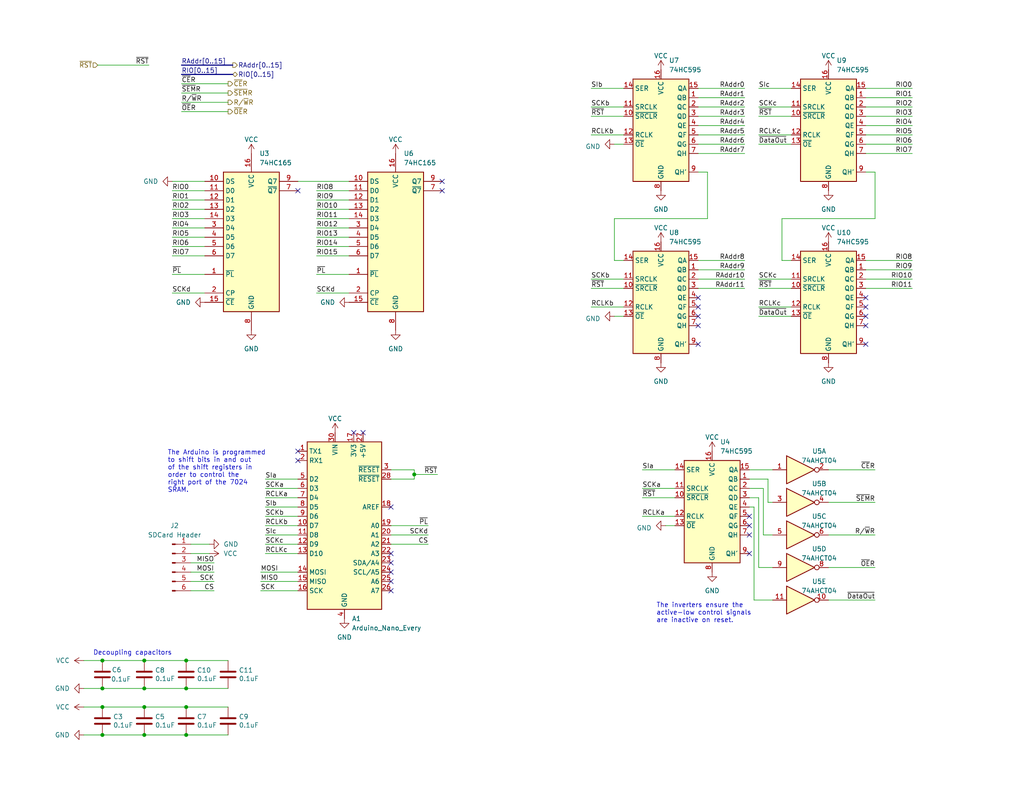
<source format=kicad_sch>
(kicad_sch (version 20250114) (generator "eeschema") (generator_version "9.0")
  (paper "USLetter")
  (title_block (title "Turtle16: Arduino Interface") (date "2023-11-27") (rev "A") (comment 3 "memory. The Arduino interfaces with the RAM through a series of shift registers.") (comment 4 "The Arduino on the main board can communicate with the processor through shared"))
  (lib_symbols
    (symbol "Connector:Conn_01x06_Pin" (pin_names (offset 1.016) (hide yes))
      (property "Reference" "J" (at 0 7.62 0))
      (property "Value" "Conn_01x06_Pin" (at 0 -10.16 0))
      (symbol "Conn_01x06_Pin_1_1"
        (rectangle (start 0.8636 5.207) (end 0 4.953) (stroke (width 0.1524)) (fill (type outline)))
        (rectangle (start 0.8636 2.667) (end 0 2.413) (stroke (width 0.1524)) (fill (type outline)))
        (rectangle (start 0.8636 0.127) (end 0 -0.127) (stroke (width 0.1524)) (fill (type outline)))
        (rectangle (start 0.8636 -2.413) (end 0 -2.667) (stroke (width 0.1524)) (fill (type outline)))
        (rectangle (start 0.8636 -4.953) (end 0 -5.207) (stroke (width 0.1524)) (fill (type outline)))
        (rectangle (start 0.8636 -7.493) (end 0 -7.747) (stroke (width 0.1524)) (fill (type outline)))
        (polyline (pts (xy 1.27 5.08) (xy 0.8636 5.08)) (stroke (width 0.1524)))
        (polyline (pts (xy 1.27 2.54) (xy 0.8636 2.54)) (stroke (width 0.1524)))
        (polyline (pts (xy 1.27 0) (xy 0.8636 0)) (stroke (width 0.1524)))
        (polyline (pts (xy 1.27 -2.54) (xy 0.8636 -2.54)) (stroke (width 0.1524)))
        (polyline (pts (xy 1.27 -5.08) (xy 0.8636 -5.08)) (stroke (width 0.1524)))
        (polyline (pts (xy 1.27 -7.62) (xy 0.8636 -7.62)) (stroke (width 0.1524)))
        (pin passive line (at 5.08 5.08 180) (length 3.81) (name "Pin_1") (number "1"))
        (pin passive line (at 5.08 2.54 180) (length 3.81) (name "Pin_2") (number "2"))
        (pin passive line (at 5.08 0 180) (length 3.81) (name "Pin_3") (number "3"))
        (pin passive line (at 5.08 -2.54 180) (length 3.81) (name "Pin_4") (number "4"))
        (pin passive line (at 5.08 -5.08 180) (length 3.81) (name "Pin_5") (number "5"))
        (pin passive line (at 5.08 -7.62 180) (length 3.81) (name "Pin_6") (number "6"))
      )
    )
    (symbol "Device:C" (pin_numbers (hide yes)) (pin_names (offset 0.254))
      (property "Reference" "C" (at 0.635 2.54 0))
      (property "Value" "C" (at 0.635 -2.54 0))
      (symbol "C_0_1"
        (polyline (pts (xy -2.032 0.762) (xy 2.032 0.762)) (stroke (width 0.508)))
        (polyline (pts (xy -2.032 -0.762) (xy 2.032 -0.762)) (stroke (width 0.508)))
      )
      (symbol "C_1_1"
        (pin passive line (at 0 3.81 270) (length 2.794) (name "~") (number "1"))
        (pin passive line (at 0 -3.81 90) (length 2.794) (name "~") (number "2"))
      )
    )
    (symbol "MCU_Module:Arduino_Nano_Every"
      (property "Reference" "A" (at -10.16 23.495 0))
      (property "Value" "Arduino_Nano_Every" (at 5.08 -24.13 0))
      (symbol "Arduino_Nano_Every_0_1"
        (rectangle (start -10.16 22.86) (end 10.16 -22.86) (stroke (width 0.254)) (fill (type background)))
      )
      (symbol "Arduino_Nano_Every_1_1"
        (pin bidirectional line (at -12.7 20.32 0) (length 2.54) (name "TX1") (number "1"))
        (pin bidirectional line (at -12.7 17.78 0) (length 2.54) (name "RX1") (number "2"))
        (pin bidirectional line (at -12.7 12.7 0) (length 2.54) (name "D2") (number "5"))
        (pin bidirectional line (at -12.7 10.16 0) (length 2.54) (name "D3") (number "6"))
        (pin bidirectional line (at -12.7 7.62 0) (length 2.54) (name "D4") (number "7"))
        (pin bidirectional line (at -12.7 5.08 0) (length 2.54) (name "D5") (number "8"))
        (pin bidirectional line (at -12.7 2.54 0) (length 2.54) (name "D6") (number "9"))
        (pin bidirectional line (at -12.7 0 0) (length 2.54) (name "D7") (number "10"))
        (pin bidirectional line (at -12.7 -2.54 0) (length 2.54) (name "D8") (number "11"))
        (pin bidirectional line (at -12.7 -5.08 0) (length 2.54) (name "D9") (number "12"))
        (pin bidirectional line (at -12.7 -7.62 0) (length 2.54) (name "D10") (number "13"))
        (pin bidirectional line (at -12.7 -12.7 0) (length 2.54) (name "MOSI") (number "14"))
        (pin bidirectional line (at -12.7 -15.24 0) (length 2.54) (name "MISO") (number "15"))
        (pin bidirectional line (at -12.7 -17.78 0) (length 2.54) (name "SCK") (number "16"))
        (pin power_in line (at -2.54 25.4 270) (length 2.54) (name "VIN") (number "30"))
        (pin passive line (at 0 -25.4 90) (length 2.54) (hide yes) (name "GND") (number "29"))
        (pin power_in line (at 0 -25.4 90) (length 2.54) (name "GND") (number "4"))
        (pin power_out line (at 2.54 25.4 270) (length 2.54) (name "3V3") (number "17"))
        (pin power_out line (at 5.08 25.4 270) (length 2.54) (name "+5V") (number "27"))
        (pin input line (at 12.7 15.24 180) (length 2.54) (name "~{RESET}") (number "3"))
        (pin input line (at 12.7 12.7 180) (length 2.54) (name "~{RESET}") (number "28"))
        (pin input line (at 12.7 5.08 180) (length 2.54) (name "AREF") (number "18"))
        (pin bidirectional line (at 12.7 0 180) (length 2.54) (name "A0") (number "19"))
        (pin bidirectional line (at 12.7 -2.54 180) (length 2.54) (name "A1") (number "20"))
        (pin bidirectional line (at 12.7 -5.08 180) (length 2.54) (name "A2") (number "21"))
        (pin bidirectional line (at 12.7 -7.62 180) (length 2.54) (name "A3") (number "22"))
        (pin bidirectional line (at 12.7 -10.16 180) (length 2.54) (name "SDA/A4") (number "23"))
        (pin bidirectional line (at 12.7 -12.7 180) (length 2.54) (name "SCL/A5") (number "24"))
        (pin bidirectional line (at 12.7 -15.24 180) (length 2.54) (name "A6") (number "25"))
        (pin bidirectional line (at 12.7 -17.78 180) (length 2.54) (name "A7") (number "26"))
      )
    )
    (symbol "Turtle16:74AHCT04"
      (property "Reference" "U" (at 0 1.27 0))
      (property "Value" "74AHCT04" (at 0 -1.27 0))
      (symbol "74AHCT04_1_0"
        (polyline (pts (xy -3.81 3.81) (xy -3.81 -3.81) (xy 3.81 0) (xy -3.81 3.81)) (stroke (width 0.254)) (fill (type background)))
        (pin input line (at -7.62 0 0) (length 3.81) (name "~") (number "1"))
        (pin output inverted (at 7.62 0 180) (length 3.81) (name "~") (number "2"))
      )
      (symbol "74AHCT04_2_0"
        (polyline (pts (xy -3.81 3.81) (xy -3.81 -3.81) (xy 3.81 0) (xy -3.81 3.81)) (stroke (width 0.254)) (fill (type background)))
        (pin input line (at -7.62 0 0) (length 3.81) (name "~") (number "3"))
        (pin output inverted (at 7.62 0 180) (length 3.81) (name "~") (number "4"))
      )
      (symbol "74AHCT04_3_0"
        (polyline (pts (xy -3.81 3.81) (xy -3.81 -3.81) (xy 3.81 0) (xy -3.81 3.81)) (stroke (width 0.254)) (fill (type background)))
        (pin input line (at -7.62 0 0) (length 3.81) (name "~") (number "5"))
        (pin output inverted (at 7.62 0 180) (length 3.81) (name "~") (number "6"))
      )
      (symbol "74AHCT04_4_0"
        (polyline (pts (xy -3.81 3.81) (xy -3.81 -3.81) (xy 3.81 0) (xy -3.81 3.81)) (stroke (width 0.254)) (fill (type background)))
        (pin input line (at -7.62 0 0) (length 3.81) (name "~") (number "9"))
        (pin output inverted (at 7.62 0 180) (length 3.81) (name "~") (number "8"))
      )
      (symbol "74AHCT04_5_0"
        (polyline (pts (xy -3.81 3.81) (xy -3.81 -3.81) (xy 3.81 0) (xy -3.81 3.81)) (stroke (width 0.254)) (fill (type background)))
        (pin input line (at -7.62 0 0) (length 3.81) (name "~") (number "11"))
        (pin output inverted (at 7.62 0 180) (length 3.81) (name "~") (number "10"))
      )
      (symbol "74AHCT04_6_0"
        (polyline (pts (xy -3.81 3.81) (xy -3.81 -3.81) (xy 3.81 0) (xy -3.81 3.81)) (stroke (width 0.254)) (fill (type background)))
        (pin input line (at -7.62 0 0) (length 3.81) (name "~") (number "13"))
        (pin output inverted (at 7.62 0 180) (length 3.81) (name "~") (number "12"))
      )
      (symbol "74AHCT04_7_0"
        (pin power_in line (at 0 12.7 270) (length 5.08) (name "VCC") (number "14"))
        (pin power_in line (at 0 -12.7 90) (length 5.08) (name "GND") (number "7"))
      )
      (symbol "74AHCT04_7_1"
        (rectangle (start -5.08 7.62) (end 5.08 -7.62) (stroke (width 0.254)) (fill (type background)))
      )
    )
    (symbol "Turtle16:74HC165"
      (symbol "74HC165_1_0"
        (pin input line (at -12.7 15.24 0) (length 5.08) (name "DS") (number "10"))
        (pin input line (at -12.7 12.7 0) (length 5.08) (name "D0") (number "11"))
        (pin input line (at -12.7 10.16 0) (length 5.08) (name "D1") (number "12"))
        (pin input line (at -12.7 7.62 0) (length 5.08) (name "D2") (number "13"))
        (pin input line (at -12.7 5.08 0) (length 5.08) (name "D3") (number "14"))
        (pin input line (at -12.7 2.54 0) (length 5.08) (name "D4") (number "3"))
        (pin input line (at -12.7 0 0) (length 5.08) (name "D5") (number "4"))
        (pin input line (at -12.7 -2.54 0) (length 5.08) (name "D6") (number "5"))
        (pin input line (at -12.7 -5.08 0) (length 5.08) (name "D7") (number "6"))
        (pin input line (at -12.7 -10.16 0) (length 5.08) (name "~{PL}") (number "1"))
        (pin input line (at -12.7 -15.24 0) (length 5.08) (name "CP") (number "2"))
        (pin input line (at -12.7 -17.78 0) (length 5.08) (name "~{CE}") (number "15"))
        (pin power_in line (at 0 22.86 270) (length 5.08) (name "VCC") (number "16"))
        (pin power_in line (at 0 -25.4 90) (length 5.08) (name "GND") (number "8"))
        (pin output line (at 12.7 15.24 180) (length 5.08) (name "Q7") (number "9"))
        (pin output line (at 12.7 12.7 180) (length 5.08) (name "~{Q7}") (number "7"))
      )
      (symbol "74HC165_1_1"
        (rectangle (start -7.62 17.78) (end 7.62 -20.32) (stroke (width 0.254)) (fill (type background)))
      )
    )
    (symbol "Turtle16:74HC595"
      (property "Reference" "U" (at -7.62 13.97 0))
      (property "Value" "74HC595" (at -7.62 -16.51 0))
      (symbol "74HC595_1_0"
        (pin input line (at -10.16 10.16 0) (length 2.54) (name "SER") (number "14"))
        (pin input line (at -10.16 5.08 0) (length 2.54) (name "SRCLK") (number "11"))
        (pin input line (at -10.16 2.54 0) (length 2.54) (name "~{SRCLR}") (number "10"))
        (pin input line (at -10.16 -2.54 0) (length 2.54) (name "RCLK") (number "12"))
        (pin input line (at -10.16 -5.08 0) (length 2.54) (name "~{OE}") (number "13"))
        (pin power_in line (at 0 15.24 270) (length 2.54) (name "VCC") (number "16"))
        (pin power_in line (at 0 -17.78 90) (length 2.54) (name "GND") (number "8"))
        (pin tri_state line (at 10.16 10.16 180) (length 2.54) (name "QA") (number "15"))
        (pin tri_state line (at 10.16 7.62 180) (length 2.54) (name "QB") (number "1"))
        (pin tri_state line (at 10.16 5.08 180) (length 2.54) (name "QC") (number "2"))
        (pin tri_state line (at 10.16 2.54 180) (length 2.54) (name "QD") (number "3"))
        (pin tri_state line (at 10.16 0 180) (length 2.54) (name "QE") (number "4"))
        (pin tri_state line (at 10.16 -2.54 180) (length 2.54) (name "QF") (number "5"))
        (pin tri_state line (at 10.16 -5.08 180) (length 2.54) (name "QG") (number "6"))
        (pin tri_state line (at 10.16 -7.62 180) (length 2.54) (name "QH") (number "7"))
        (pin output line (at 10.16 -12.7 180) (length 2.54) (name "QH'") (number "9"))
      )
      (symbol "74HC595_1_1"
        (rectangle (start -7.62 12.7) (end 7.62 -15.24) (stroke (width 0.254)) (fill (type background)))
      )
    )
    (symbol "power:GND" (power) (pin_names (offset 0))
      (property "Value" "GND" (at 0 -3.81 0))
      (symbol "GND_0_1"
        (polyline (pts (xy 0 0) (xy 0 -1.27) (xy 1.27 -1.27) (xy 0 -2.54) (xy -1.27 -1.27) (xy 0 -1.27)))
      )
      (symbol "GND_1_1"
        (pin power_in line (at 0 0 270) (length 0) (hide yes) (name "GND") (number "1"))
      )
    )
    (symbol "power:VCC" (power) (pin_names (offset 0))
      (property "Value" "VCC" (at 0 3.81 0))
      (symbol "VCC_0_1"
        (polyline (pts (xy -0.762 1.27) (xy 0 2.54)))
        (polyline (pts (xy 0 2.54) (xy 0.762 1.27)))
        (polyline (pts (xy 0 0) (xy 0 2.54)))
      )
      (symbol "VCC_1_1"
        (pin power_in line (at 0 0 90) (length 0) (hide yes) (name "VCC") (number "1"))
      )
    )
  )
  (text "Decoupling capacitors" (at 25.4 179.07 0) (effects (font (size 1.27 1.27)) (justify left bottom)))
  (text "The Arduino is programmed\nto shift bits in and out\nof the shift registers in\norder to control the\nright port of the 7024\nSRAM." (at 45.72 134.62 0) (effects (font (size 1.27 1.27)) (justify left bottom)))
  (text "The inverters ensure the\nactive-low control signals\nare inactive on reset." (at 179.07 170.18 0) (effects (font (size 1.27 1.27)) (justify left bottom)))
  (junction (at 39.37 193.04))
  (junction (at 50.8 200.66))
  (junction (at 27.94 200.66))
  (junction (at 50.8 187.96))
  (junction (at 50.8 193.04))
  (junction (at 113.03 129.54))
  (junction (at 27.94 193.04))
  (junction (at 39.37 180.34))
  (junction (at 27.94 187.96))
  (junction (at 290.83 96.52))
  (junction (at 39.37 200.66))
  (junction (at 27.94 180.34))
  (junction (at 39.37 187.96))
  (junction (at 50.8 180.34))
  (no_connect (at 236.22 88.9))
  (no_connect (at 204.47 146.05))
  (no_connect (at 236.22 93.98))
  (no_connect (at 120.65 52.07))
  (no_connect (at 190.5 83.82))
  (no_connect (at 190.5 88.9))
  (no_connect (at 96.52 118.11))
  (no_connect (at 106.68 153.67))
  (no_connect (at 204.47 140.97))
  (no_connect (at 120.65 49.53))
  (no_connect (at 81.28 123.19))
  (no_connect (at 81.28 125.73))
  (no_connect (at 236.22 81.28))
  (no_connect (at 99.06 118.11))
  (no_connect (at 190.5 86.36))
  (no_connect (at 106.68 158.75))
  (no_connect (at 204.47 143.51))
  (no_connect (at 106.68 156.21))
  (no_connect (at 190.5 81.28))
  (no_connect (at 236.22 83.82))
  (no_connect (at 236.22 86.36))
  (no_connect (at 106.68 161.29))
  (no_connect (at 307.34 96.52))
  (no_connect (at 106.68 138.43))
  (no_connect (at 81.28 52.07))
  (no_connect (at 204.47 151.13))
  (no_connect (at 106.68 151.13))
  (no_connect (at 190.5 93.98))
  (wire (pts (xy 170.18 24.13) (xy 161.29 24.13)))
  (wire (pts (xy 27.94 180.34) (xy 39.37 180.34)))
  (wire (pts (xy 52.07 151.13) (xy 57.15 151.13)))
  (wire (pts (xy 81.28 130.81) (xy 72.39 130.81)))
  (wire (pts (xy 22.86 200.66) (xy 27.94 200.66)))
  (wire (pts (xy 81.28 146.05) (xy 72.39 146.05)))
  (wire (pts (xy 181.61 143.51) (xy 184.15 143.51)))
  (wire (pts (xy 190.5 46.99) (xy 193.04 46.99)))
  (wire (pts (xy 290.83 85.09) (xy 290.83 96.52)))
  (wire (pts (xy 208.28 146.05) (xy 210.82 146.05)))
  (wire (pts (xy 209.55 130.81) (xy 209.55 137.16)))
  (wire (pts (xy 46.99 59.69) (xy 55.88 59.69)))
  (wire (pts (xy 52.07 148.59) (xy 57.15 148.59)))
  (wire (pts (xy 209.55 137.16) (xy 210.82 137.16)))
  (wire (pts (xy 167.64 71.12) (xy 170.18 71.12)))
  (wire (pts (xy 248.92 41.91) (xy 236.22 41.91)))
  (wire (pts (xy 204.47 130.81) (xy 209.55 130.81)))
  (wire (pts (xy 238.76 137.16) (xy 226.06 137.16)))
  (wire (pts (xy 22.86 180.34) (xy 27.94 180.34)))
  (wire (pts (xy 81.28 151.13) (xy 72.39 151.13)))
  (wire (pts (xy 55.88 80.01) (xy 46.99 80.01)))
  (wire (pts (xy 46.99 52.07) (xy 55.88 52.07)))
  (wire (pts (xy 290.83 96.52) (xy 290.83 102.87)))
  (wire (pts (xy 203.2 73.66) (xy 190.5 73.66)))
  (wire (pts (xy 170.18 29.21) (xy 161.29 29.21)))
  (wire (pts (xy 204.47 135.89) (xy 207.01 135.89)))
  (wire (pts (xy 204.47 138.43) (xy 205.74 138.43)))
  (wire (pts (xy 204.47 128.27) (xy 210.82 128.27)))
  (wire (pts (xy 203.2 71.12) (xy 190.5 71.12)))
  (wire (pts (xy 86.36 57.15) (xy 95.25 57.15)))
  (wire (pts (xy 170.18 78.74) (xy 161.29 78.74)))
  (wire (pts (xy 50.8 200.66) (xy 62.23 200.66)))
  (wire (pts (xy 208.28 133.35) (xy 208.28 146.05)))
  (wire (pts (xy 86.36 69.85) (xy 95.25 69.85)))
  (wire (pts (xy 203.2 26.67) (xy 190.5 26.67)))
  (wire (pts (xy 46.99 49.53) (xy 55.88 49.53)))
  (wire (pts (xy 113.03 129.54) (xy 113.03 128.27)))
  (wire (pts (xy 86.36 62.23) (xy 95.25 62.23)))
  (wire (pts (xy 238.76 146.05) (xy 226.06 146.05)))
  (wire (pts (xy 203.2 24.13) (xy 190.5 24.13)))
  (wire (pts (xy 81.28 138.43) (xy 72.39 138.43)))
  (wire (pts (xy 238.76 163.83) (xy 226.06 163.83)))
  (wire (pts (xy 207.01 39.37) (xy 215.9 39.37)))
  (wire (pts (xy 39.37 193.04) (xy 50.8 193.04)))
  (wire (pts (xy 81.28 148.59) (xy 72.39 148.59)))
  (wire (pts (xy 203.2 31.75) (xy 190.5 31.75)))
  (wire (pts (xy 40.64 17.78) (xy 26.67 17.78)))
  (wire (pts (xy 213.36 71.12) (xy 215.9 71.12)))
  (wire (pts (xy 248.92 73.66) (xy 236.22 73.66)))
  (wire (pts (xy 46.99 64.77) (xy 55.88 64.77)))
  (wire (pts (xy 167.64 39.37) (xy 170.18 39.37)))
  (wire (pts (xy 215.9 31.75) (xy 207.01 31.75)))
  (wire (pts (xy 248.92 26.67) (xy 236.22 26.67)))
  (wire (pts (xy 215.9 29.21) (xy 207.01 29.21)))
  (wire (pts (xy 205.74 138.43) (xy 205.74 163.83)))
  (wire (pts (xy 215.9 36.83) (xy 207.01 36.83)))
  (wire (pts (xy 46.99 69.85) (xy 55.88 69.85)))
  (wire (pts (xy 248.92 76.2) (xy 236.22 76.2)))
  (wire (pts (xy 81.28 133.35) (xy 72.39 133.35)))
  (wire (pts (xy 248.92 31.75) (xy 236.22 31.75)))
  (wire (pts (xy 39.37 180.34) (xy 50.8 180.34)))
  (wire (pts (xy 184.15 140.97) (xy 175.26 140.97)))
  (wire (pts (xy 50.8 180.34) (xy 62.23 180.34)))
  (wire (pts (xy 49.53 27.94) (xy 62.23 27.94)))
  (wire (pts (xy 170.18 36.83) (xy 161.29 36.83)))
  (wire (pts (xy 215.9 24.13) (xy 207.01 24.13)))
  (wire (pts (xy 106.68 128.27) (xy 113.03 128.27)))
  (wire (pts (xy 95.25 80.01) (xy 86.36 80.01)))
  (wire (pts (xy 81.28 135.89) (xy 72.39 135.89)))
  (wire (pts (xy 203.2 78.74) (xy 190.5 78.74)))
  (wire (pts (xy 50.8 193.04) (xy 62.23 193.04)))
  (wire (pts (xy 203.2 41.91) (xy 190.5 41.91)))
  (wire (pts (xy 238.76 154.94) (xy 226.06 154.94)))
  (wire (pts (xy 86.36 59.69) (xy 95.25 59.69)))
  (wire (pts (xy 86.36 52.07) (xy 95.25 52.07)))
  (wire (pts (xy 248.92 24.13) (xy 236.22 24.13)))
  (wire (pts (xy 49.53 30.48) (xy 62.23 30.48)))
  (wire (pts (xy 49.53 22.86) (xy 62.23 22.86)))
  (wire (pts (xy 52.07 153.67) (xy 58.42 153.67)))
  (wire (pts (xy 46.99 57.15) (xy 55.88 57.15)))
  (wire (pts (xy 86.36 64.77) (xy 95.25 64.77)))
  (wire (pts (xy 39.37 187.96) (xy 50.8 187.96)))
  (wire (pts (xy 27.94 193.04) (xy 39.37 193.04)))
  (wire (pts (xy 184.15 135.89) (xy 175.26 135.89)))
  (wire (pts (xy 184.15 133.35) (xy 175.26 133.35)))
  (wire (pts (xy 52.07 158.75) (xy 58.42 158.75)))
  (wire (pts (xy 207.01 154.94) (xy 210.82 154.94)))
  (wire (pts (xy 113.03 129.54) (xy 119.38 129.54)))
  (wire (pts (xy 215.9 83.82) (xy 207.01 83.82)))
  (wire (pts (xy 39.37 200.66) (xy 50.8 200.66)))
  (wire (pts (xy 203.2 76.2) (xy 190.5 76.2)))
  (wire (pts (xy 113.03 130.81) (xy 113.03 129.54)))
  (wire (pts (xy 207.01 135.89) (xy 207.01 154.94)))
  (wire (pts (xy 46.99 54.61) (xy 55.88 54.61)))
  (wire (pts (xy 215.9 76.2) (xy 207.01 76.2)))
  (wire (pts (xy 27.94 187.96) (xy 39.37 187.96)))
  (wire (pts (xy 238.76 46.99) (xy 238.76 59.69)))
  (wire (pts (xy 95.25 74.93) (xy 86.36 74.93)))
  (wire (pts (xy 22.86 187.96) (xy 27.94 187.96)))
  (wire (pts (xy 167.64 59.69) (xy 167.64 71.12)))
  (wire (pts (xy 248.92 78.74) (xy 236.22 78.74)))
  (wire (pts (xy 203.2 34.29) (xy 190.5 34.29)))
  (bus (pts (xy 49.53 20.32) (xy 63.5 20.32)))
  (wire (pts (xy 170.18 31.75) (xy 161.29 31.75)))
  (wire (pts (xy 81.28 49.53) (xy 95.25 49.53)))
  (wire (pts (xy 248.92 39.37) (xy 236.22 39.37)))
  (wire (pts (xy 238.76 128.27) (xy 226.06 128.27)))
  (wire (pts (xy 170.18 76.2) (xy 161.29 76.2)))
  (wire (pts (xy 86.36 54.61) (xy 95.25 54.61)))
  (wire (pts (xy 170.18 83.82) (xy 161.29 83.82)))
  (wire (pts (xy 248.92 29.21) (xy 236.22 29.21)))
  (wire (pts (xy 167.64 59.69) (xy 193.04 59.69)))
  (bus (pts (xy 49.53 17.78) (xy 63.5 17.78)))
  (wire (pts (xy 116.84 148.59) (xy 106.68 148.59)))
  (wire (pts (xy 22.86 193.04) (xy 27.94 193.04)))
  (wire (pts (xy 50.8 187.96) (xy 62.23 187.96)))
  (wire (pts (xy 46.99 62.23) (xy 55.88 62.23)))
  (wire (pts (xy 106.68 143.51) (xy 116.84 143.51)))
  (wire (pts (xy 86.36 67.31) (xy 95.25 67.31)))
  (wire (pts (xy 248.92 71.12) (xy 236.22 71.12)))
  (wire (pts (xy 213.36 59.69) (xy 238.76 59.69)))
  (wire (pts (xy 248.92 36.83) (xy 236.22 36.83)))
  (wire (pts (xy 215.9 78.74) (xy 207.01 78.74)))
  (wire (pts (xy 203.2 39.37) (xy 190.5 39.37)))
  (wire (pts (xy 52.07 156.21) (xy 58.42 156.21)))
  (wire (pts (xy 106.68 146.05) (xy 116.84 146.05)))
  (wire (pts (xy 184.15 128.27) (xy 175.26 128.27)))
  (wire (pts (xy 248.92 34.29) (xy 236.22 34.29)))
  (wire (pts (xy 106.68 130.81) (xy 113.03 130.81)))
  (wire (pts (xy 290.83 96.52) (xy 292.1 96.52)))
  (wire (pts (xy 49.53 25.4) (xy 62.23 25.4)))
  (wire (pts (xy 205.74 163.83) (xy 210.82 163.83)))
  (wire (pts (xy 236.22 46.99) (xy 238.76 46.99)))
  (wire (pts (xy 52.07 161.29) (xy 58.42 161.29)))
  (wire (pts (xy 193.04 46.99) (xy 193.04 59.69)))
  (wire (pts (xy 81.28 140.97) (xy 72.39 140.97)))
  (wire (pts (xy 27.94 200.66) (xy 39.37 200.66)))
  (wire (pts (xy 203.2 29.21) (xy 190.5 29.21)))
  (wire (pts (xy 167.64 86.36) (xy 170.18 86.36)))
  (wire (pts (xy 207.01 86.36) (xy 215.9 86.36)))
  (wire (pts (xy 213.36 59.69) (xy 213.36 71.12)))
  (wire (pts (xy 204.47 133.35) (xy 208.28 133.35)))
  (wire (pts (xy 71.12 161.29) (xy 81.28 161.29)))
  (wire (pts (xy 203.2 36.83) (xy 190.5 36.83)))
  (wire (pts (xy 71.12 158.75) (xy 81.28 158.75)))
  (wire (pts (xy 71.12 156.21) (xy 81.28 156.21)))
  (wire (pts (xy 46.99 67.31) (xy 55.88 67.31)))
  (wire (pts (xy 81.28 143.51) (xy 72.39 143.51)))
  (wire (pts (xy 55.88 74.93) (xy 46.99 74.93)))
  (label "SIa" (at 72.39 130.81 0))
  (label "RAddr7" (at 203.2 41.91 180))
  (label "SCKb" (at 161.29 29.21 0))
  (label "RIO9" (at 86.36 54.61 0))
  (label "RIO10" (at 248.92 76.2 180))
  (label "RCLKb" (at 72.39 143.51 0))
  (label "RAddr3" (at 203.2 31.75 180))
  (label "RIO7" (at 46.99 69.85 0))
  (label "RCLKb" (at 161.29 83.82 0))
  (label "SCKa" (at 175.26 133.35 0))
  (label "~{RST}" (at 207.01 78.74 0))
  (label "RCLKa" (at 175.26 140.97 0))
  (label "RAddr9" (at 203.2 73.66 180))
  (label "RAddr8" (at 203.2 71.12 180))
  (label "SCKb" (at 72.39 140.97 0))
  (label "RIO4" (at 248.92 34.29 180))
  (label "CS" (at 58.42 161.29 180))
  (label "RAddr6" (at 203.2 39.37 180))
  (label "~{OE}R" (at 49.53 30.48 0))
  (label "SCK" (at 71.12 161.29 0))
  (label "RAddr0" (at 203.2 24.13 180))
  (label "SCKc" (at 207.01 76.2 0))
  (label "MOSI" (at 71.12 156.21 0))
  (label "RCLKc" (at 72.39 151.13 0))
  (label "RAddr11" (at 203.2 78.74 180))
  (label "RIO5" (at 46.99 64.77 0))
  (label "RCLKc" (at 207.01 83.82 0))
  (label "RIO8" (at 248.92 71.12 180))
  (label "~{DataOut}" (at 207.01 39.37 0))
  (label "SCK" (at 58.42 158.75 180))
  (label "~{SEM}R" (at 49.53 25.4 0))
  (label "RIO0" (at 46.99 52.07 0))
  (label "CS" (at 116.84 148.59 180))
  (label "SIa" (at 175.26 128.27 0))
  (label "~{RST}" (at 161.29 78.74 0))
  (label "SCKd" (at 116.84 146.05 180))
  (label "SCKd" (at 46.99 80.01 0))
  (label "RAddr4" (at 203.2 34.29 180))
  (label "RCLKb" (at 161.29 36.83 0))
  (label "RAddr5" (at 203.2 36.83 180))
  (label "RIO11" (at 86.36 59.69 0))
  (label "RIO11" (at 248.92 78.74 180))
  (label "RIO7" (at 248.92 41.91 180))
  (label "RCLKc" (at 207.01 36.83 0))
  (label "RIO1" (at 248.92 26.67 180))
  (label "MISO" (at 71.12 158.75 0))
  (label "RIO6" (at 248.92 39.37 180))
  (label "RIO8" (at 86.36 52.07 0))
  (label "RIO12" (at 86.36 62.23 0))
  (label "RIO14" (at 86.36 67.31 0))
  (label "SCKc" (at 207.01 29.21 0))
  (label "~{RST}" (at 119.38 129.54 180))
  (label "~{CE}R" (at 49.53 22.86 0))
  (label "RIO9" (at 248.92 73.66 180))
  (label "R{slash}~{W}R" (at 49.53 27.94 0))
  (label "SIb" (at 161.29 24.13 0))
  (label "RCLKa" (at 72.39 135.89 0))
  (label "RIO13" (at 86.36 64.77 0))
  (label "RAddr[0..15]" (at 49.53 17.78 0))
  (label "~{CE}R" (at 238.76 128.27 180))
  (label "SIc" (at 72.39 146.05 0))
  (label "SIc" (at 207.01 24.13 0))
  (label "~{DataOut}" (at 207.01 86.36 0))
  (label "RIO[0..15]" (at 49.53 20.32 0))
  (label "~{SEM}R" (at 238.76 137.16 180))
  (label "~{RST}" (at 40.64 17.78 180))
  (label "~{RST}" (at 161.29 31.75 0))
  (label "R{slash}~{W}R" (at 238.76 146.05 180))
  (label "RIO2" (at 248.92 29.21 180))
  (label "RIO1" (at 46.99 54.61 0))
  (label "RIO0" (at 248.92 24.13 180))
  (label "RAddr10" (at 203.2 76.2 180))
  (label "SCKc" (at 72.39 148.59 0))
  (label "~{PL}" (at 46.99 74.93 0))
  (label "~{DataOut}" (at 238.76 163.83 180))
  (label "RIO4" (at 46.99 62.23 0))
  (label "MOSI" (at 58.42 156.21 180))
  (label "SCKb" (at 161.29 76.2 0))
  (label "RIO3" (at 248.92 31.75 180))
  (label "~{RST}" (at 207.01 31.75 0))
  (label "SCKd" (at 86.36 80.01 0))
  (label "SIb" (at 72.39 138.43 0))
  (label "RAddr2" (at 203.2 29.21 180))
  (label "~{PL}" (at 116.84 143.51 180))
  (label "~{OE}R" (at 238.76 154.94 180))
  (label "RIO5" (at 248.92 36.83 180))
  (label "RIO6" (at 46.99 67.31 0))
  (label "RIO2" (at 46.99 57.15 0))
  (label "RAddr1" (at 203.2 26.67 180))
  (label "SCKa" (at 72.39 133.35 0))
  (label "RIO15" (at 86.36 69.85 0))
  (label "~{RST}" (at 175.26 135.89 0))
  (label "MISO" (at 58.42 153.67 180))
  (label "~{PL}" (at 86.36 74.93 0))
  (label "RIO10" (at 86.36 57.15 0))
  (label "RIO3" (at 46.99 59.69 0))
  (hierarchical_label "~{OE}R" (shape output) (at 62.23 30.48 0))
  (hierarchical_label "R{slash}~{W}R" (shape output) (at 62.23 27.94 0))
  (hierarchical_label "RAddr[0..15]" (shape output) (at 63.5 17.78 0))
  (hierarchical_label "RIO[0..15]" (shape tri_state) (at 63.5 20.32 0))
  (hierarchical_label "~{CE}R" (shape output) (at 62.23 22.86 0))
  (hierarchical_label "~{RST}" (shape input) (at 26.67 17.78 180))
  (hierarchical_label "~{SEM}R" (shape output) (at 62.23 25.4 0))
  (symbol (lib_id "Turtle16:74HC595") (at 180.34 34.29 0) (unit 1)
    (property "Reference" "U7" (at 182.5341 16.51 0) (effects (justify left)))
    (property "Value" "74HC595" (at 182.5341 19.05 0) (effects (justify left)))
    (property "Footprint" "Package_SO:TSSOP-16_4.4x5mm_P0.65mm" (effects (hide yes)))
    (property "Datasheet" "https://www.mouser.com/datasheet/2/916/74HC_HCT595_Q100-2937391.pdf" (effects (hide yes)))
    (property "Manufacturer" "Nexperia" (effects (hide yes)))
    (property "Manufacturer#" "74HC595PW-Q100,118" (effects (hide yes)))
    (property "Mouser#" "771-74HC595PW-Q100" (effects (hide yes)))
    (property "Digikey#" "1727-1012-1-ND" (effects (hide yes)))
  )
  (symbol (lib_id "Turtle16:74HC595") (at 226.06 81.28 0) (unit 1)
    (property "Reference" "U10" (at 228.2541 63.5 0) (effects (justify left)))
    (property "Value" "74HC595" (at 228.2541 66.04 0) (effects (justify left)))
    (property "Footprint" "Package_SO:TSSOP-16_4.4x5mm_P0.65mm" (effects (hide yes)))
    (property "Datasheet" "https://www.mouser.com/datasheet/2/916/74HC_HCT595_Q100-2937391.pdf" (effects (hide yes)))
    (property "Manufacturer" "Nexperia" (effects (hide yes)))
    (property "Manufacturer#" "74HC595PW-Q100,118" (effects (hide yes)))
    (property "Mouser#" "771-74HC595PW-Q100" (effects (hide yes)))
    (property "Digikey#" "1727-1012-1-ND" (effects (hide yes)))
  )
  (symbol (lib_id "power:GND") (at 181.61 143.51 270) (unit 1)
    (property "Reference" "#PWR022" (effects (hide yes)))
    (property "Value" "GND" (at 177.8 144.145 90) (effects (justify right)))
  )
  (symbol (lib_id "Device:C") (at 27.94 184.15 0) (unit 1)
    (property "Reference" "C6" (at 30.48 182.88 0) (effects (justify left)))
    (property "Value" "0.1uF" (at 33.02 185.42 0))
    (property "Footprint" "Capacitor_SMD:C_0603_1608Metric" (effects (hide yes)))
    (property "Datasheet" "https://www.mouser.com/datasheet/2/396/taiyo_yuden_12132018_mlcc11_hq_e-1510082.pdf" (effects (hide yes)))
    (property "Manufacturer" "Taiyo Yuden" (effects (hide yes)))
    (property "Manufacturer#" "EMK107B7104KAHT" (effects (hide yes)))
    (property "Mouser#" "963-EMK107B7104KAHT" (effects (hide yes)))
    (property "Digikey#" "587-6004-1-ND" (effects (hide yes)))
    (instances (project "MainBoard" (path "" (reference "C6") (unit 1))) (project "Memory" (path "" (reference "C65") (unit 1))))
  )
  (symbol (lib_id "Turtle16:74AHCT04") (at 218.44 128.27 0) (unit 1)
    (property "Reference" "U5" (at 223.52 123.19 0))
    (property "Value" "74AHCT04" (at 223.52 125.73 0))
    (property "Footprint" "Package_SO:TSSOP-14_4.4x5mm_P0.65mm" (effects (hide yes)))
    (property "Datasheet" "https://assets.nexperia.com/documents/data-sheet/74AHC_AHCT04.pdf" (effects (hide yes)))
    (property "Manufacturer" "Nexperia" (effects (hide yes)))
    (property "Manufacturer#" "74AHCT04APWJ" (effects (hide yes)))
    (property "Mouser#" "771-74AHCT04APWJ" (effects (hide yes)))
    (property "Digikey#" "1727-74AHCT04APWJCT-ND" (effects (hide yes)))
  )
  (symbol (lib_id "Device:C") (at 27.94 196.85 0) (unit 1)
    (property "Reference" "C3" (at 30.861 195.6816 0) (effects (justify left)))
    (property "Value" "0.1uF" (at 30.861 197.993 0) (effects (justify left)))
    (property "Footprint" "Capacitor_SMD:C_0603_1608Metric" (effects (hide yes)))
    (property "Datasheet" "https://www.mouser.com/datasheet/2/396/taiyo_yuden_12132018_mlcc11_hq_e-1510082.pdf" (effects (hide yes)))
    (property "Manufacturer" "Taiyo Yuden" (effects (hide yes)))
    (property "Manufacturer#" "EMK107B7104KAHT" (effects (hide yes)))
    (property "Mouser#" "963-EMK107B7104KAHT" (effects (hide yes)))
    (property "Digikey#" "587-6004-1-ND" (effects (hide yes)))
    (instances (project "MainBoard" (path "" (reference "C3") (unit 1))) (project "Memory" (path "" (reference "C65") (unit 1))))
  )
  (symbol (lib_id "power:VCC") (at 290.83 85.09 0) (unit 1)
    (property "Reference" "#PWR044" (effects (hide yes)))
    (property "Value" "VCC" (at 290.83 80.01 0))
  )
  (symbol (lib_id "power:GND") (at 55.88 82.55 270) (unit 1)
    (property "Reference" "#PWR021" (effects (hide yes)))
    (property "Value" "GND" (at 52.07 82.55 90) (effects (justify right)))
  )
  (symbol (lib_id "power:VCC") (at 226.06 19.05 0) (unit 1)
    (property "Reference" "#PWR040" (effects (hide yes)))
    (property "Value" "VCC" (at 226.06 15.24 0))
  )
  (symbol (lib_id "Device:C") (at 62.23 184.15 0) (unit 1)
    (property "Reference" "C11" (at 65.151 182.9816 0) (effects (justify left)))
    (property "Value" "0.1uF" (at 65.151 185.293 0) (effects (justify left)))
    (property "Footprint" "Capacitor_SMD:C_0603_1608Metric" (effects (hide yes)))
    (property "Datasheet" "https://www.mouser.com/datasheet/2/396/taiyo_yuden_12132018_mlcc11_hq_e-1510082.pdf" (effects (hide yes)))
    (property "Manufacturer" "Taiyo Yuden" (effects (hide yes)))
    (property "Manufacturer#" "EMK107B7104KAHT" (effects (hide yes)))
    (property "Mouser#" "963-EMK107B7104KAHT" (effects (hide yes)))
    (property "Digikey#" "587-6004-1-ND" (effects (hide yes)))
    (instances (project "MainBoard" (path "" (reference "C11") (unit 1))) (project "Memory" (path "" (reference "C65") (unit 1))))
  )
  (symbol (lib_id "Device:C") (at 62.23 196.85 0) (unit 1)
    (property "Reference" "C9" (at 65.151 195.6816 0) (effects (justify left)))
    (property "Value" "0.1uF" (at 65.151 197.993 0) (effects (justify left)))
    (property "Footprint" "Capacitor_SMD:C_0603_1608Metric" (effects (hide yes)))
    (property "Datasheet" "https://www.mouser.com/datasheet/2/396/taiyo_yuden_12132018_mlcc11_hq_e-1510082.pdf" (effects (hide yes)))
    (property "Manufacturer" "Taiyo Yuden" (effects (hide yes)))
    (property "Manufacturer#" "EMK107B7104KAHT" (effects (hide yes)))
    (property "Mouser#" "963-EMK107B7104KAHT" (effects (hide yes)))
    (property "Digikey#" "587-6004-1-ND" (effects (hide yes)))
    (instances (project "MainBoard" (path "" (reference "C9") (unit 1))) (project "Memory" (path "" (reference "C65") (unit 1))))
  )
  (symbol (lib_id "MCU_Module:Arduino_Nano_Every") (at 93.98 143.51 0) (unit 1)
    (property "Reference" "A1" (at 95.9994 168.91 0) (effects (justify left)))
    (property "Value" "Arduino_Nano_Every" (at 95.9994 171.45 0) (effects (justify left)))
    (property "Footprint" "Module:Arduino_Nano" (effects (hide yes)))
    (property "Datasheet" "https://content.arduino.cc/assets/NANOEveryV3.0_sch.pdf" (effects (hide yes)))
  )
  (symbol (lib_id "power:VCC") (at 226.06 66.04 0) (unit 1)
    (property "Reference" "#PWR042" (effects (hide yes)))
    (property "Value" "VCC" (at 226.06 62.23 0))
  )
  (symbol (lib_id "Turtle16:74HC165") (at 107.95 64.77 0) (unit 1)
    (property "Reference" "U6" (at 110.1441 41.91 0) (effects (justify left)))
    (property "Value" "74HC165" (at 110.1441 44.45 0) (effects (justify left)))
    (property "Footprint" "Package_SO:TSSOP-16_4.4x5mm_P0.65mm" (effects (hide yes)))
    (property "Datasheet" "https://www.mouser.com/datasheet/2/916/74HC_HCT165_Q100-2937323.pdf" (effects (hide yes)))
    (property "Manufacturer" "Nexperia" (effects (hide yes)))
    (property "Manufacturer#" "74HC165PW-Q100,118" (effects (hide yes)))
    (property "Mouser#" "771-74HC165PWQ100118" (effects (hide yes)))
    (property "Digikey#" "1727-8390-1-ND" (effects (hide yes)))
  )
  (symbol (lib_id "Turtle16:74AHCT04") (at 218.44 137.16 0) (unit 2)
    (property "Reference" "U5" (at 223.52 132.08 0))
    (property "Value" "74AHCT04" (at 223.52 134.62 0))
    (property "Footprint" "Package_SO:TSSOP-14_4.4x5mm_P0.65mm" (effects (hide yes)))
    (property "Datasheet" "https://assets.nexperia.com/documents/data-sheet/74AHC_AHCT04.pdf" (effects (hide yes)))
    (property "Manufacturer" "Nexperia" (effects (hide yes)))
    (property "Manufacturer#" "74AHCT04APWJ" (effects (hide yes)))
    (property "Mouser#" "771-74AHCT04APWJ" (effects (hide yes)))
    (property "Digikey#" "1727-74AHCT04APWJCT-ND" (effects (hide yes)))
  )
  (symbol (lib_id "Turtle16:74HC165") (at 68.58 64.77 0) (unit 1)
    (property "Reference" "U3" (at 70.7741 41.91 0) (effects (justify left)))
    (property "Value" "74HC165" (at 70.7741 44.45 0) (effects (justify left)))
    (property "Footprint" "Package_SO:TSSOP-16_4.4x5mm_P0.65mm" (effects (hide yes)))
    (property "Datasheet" "https://www.mouser.com/datasheet/2/916/74HC_HCT165_Q100-2937323.pdf" (effects (hide yes)))
    (property "Manufacturer" "Nexperia" (effects (hide yes)))
    (property "Manufacturer#" "74HC165PW-Q100,118" (effects (hide yes)))
    (property "Mouser#" "771-74HC165PWQ100118" (effects (hide yes)))
    (property "Digikey#" "1727-8390-1-ND" (effects (hide yes)))
  )
  (symbol (lib_id "power:VCC") (at 180.34 66.04 0) (unit 1)
    (property "Reference" "#PWR036" (effects (hide yes)))
    (property "Value" "VCC" (at 180.34 62.23 0))
  )
  (symbol (lib_id "power:VCC") (at 57.15 151.13 270) (unit 1)
    (property "Reference" "#PWR033" (effects (hide yes)))
    (property "Value" "VCC" (at 60.96 151.13 90) (effects (justify left)))
  )
  (symbol (lib_id "power:GND") (at 194.31 156.21 0) (unit 1)
    (property "Reference" "#PWR026" (effects (hide yes)))
    (property "Value" "GND" (at 194.31 161.29 0))
  )
  (symbol (lib_id "power:VCC") (at 22.86 180.34 90) (unit 1)
    (property "Reference" "#PWR0128" (effects (hide yes)))
    (property "Value" "VCC" (at 19.05 180.34 90) (effects (justify left)))
  )
  (symbol (lib_id "power:GND") (at 57.15 148.59 90) (unit 1)
    (property "Reference" "#PWR032" (effects (hide yes)))
    (property "Value" "GND" (at 60.96 148.59 90) (effects (justify right)))
  )
  (symbol (lib_id "power:VCC") (at 22.86 193.04 90) (unit 1)
    (property "Reference" "#PWR018" (effects (hide yes)))
    (property "Value" "VCC" (at 19.05 193.04 90) (effects (justify left)))
  )
  (symbol (lib_id "power:GND") (at 226.06 99.06 0) (unit 1)
    (property "Reference" "#PWR043" (effects (hide yes)))
    (property "Value" "GND" (at 226.06 104.14 0))
  )
  (symbol (lib_id "Device:C") (at 50.8 196.85 0) (unit 1)
    (property "Reference" "C7" (at 53.721 195.6816 0) (effects (justify left)))
    (property "Value" "0.1uF" (at 53.721 197.993 0) (effects (justify left)))
    (property "Footprint" "Capacitor_SMD:C_0603_1608Metric" (effects (hide yes)))
    (property "Datasheet" "https://www.mouser.com/datasheet/2/396/taiyo_yuden_12132018_mlcc11_hq_e-1510082.pdf" (effects (hide yes)))
    (property "Manufacturer" "Taiyo Yuden" (effects (hide yes)))
    (property "Manufacturer#" "EMK107B7104KAHT" (effects (hide yes)))
    (property "Mouser#" "963-EMK107B7104KAHT" (effects (hide yes)))
    (property "Digikey#" "587-6004-1-ND" (effects (hide yes)))
    (instances (project "MainBoard" (path "" (reference "C7") (unit 1))) (project "Memory" (path "" (reference "C65") (unit 1))))
  )
  (symbol (lib_id "power:GND") (at 107.95 90.17 0) (unit 1)
    (property "Reference" "#PWR029" (effects (hide yes)))
    (property "Value" "GND" (at 107.95 95.25 0))
  )
  (symbol (lib_id "power:VCC") (at 180.34 19.05 0) (unit 1)
    (property "Reference" "#PWR034" (effects (hide yes)))
    (property "Value" "VCC" (at 180.34 15.24 0))
  )
  (symbol (lib_id "power:VCC") (at 194.31 123.19 0) (unit 1)
    (property "Reference" "#PWR025" (effects (hide yes)))
    (property "Value" "VCC" (at 194.31 119.38 0))
  )
  (symbol (lib_id "power:VCC") (at 107.95 41.91 0) (unit 1)
    (property "Reference" "#PWR028" (effects (hide yes)))
    (property "Value" "VCC" (at 107.95 38.1 0))
  )
  (symbol (lib_id "Connector:Conn_01x06_Pin") (at 46.99 153.67 0) (unit 1)
    (property "Reference" "J2" (at 47.625 143.51 0))
    (property "Value" "SDCard Header" (at 47.625 146.05 0))
    (property "Footprint" "Connector_PinHeader_2.54mm:PinHeader_1x06_P2.54mm_Vertical" (effects (hide yes)))
  )
  (symbol (lib_id "Turtle16:74AHCT04") (at 299.72 96.52 0) (unit 6)
    (property "Reference" "U5" (at 299.72 87.63 0))
    (property "Value" "74AHCT04" (at 299.72 90.17 0))
    (property "Footprint" "Package_SO:TSSOP-14_4.4x5mm_P0.65mm" (effects (hide yes)))
    (property "Datasheet" "https://assets.nexperia.com/documents/data-sheet/74AHC_AHCT04.pdf" (effects (hide yes)))
    (property "Manufacturer" "Nexperia" (effects (hide yes)))
    (property "Manufacturer#" "74AHCT04APWJ" (effects (hide yes)))
    (property "Mouser#" "771-74AHCT04APWJ" (effects (hide yes)))
    (property "Digikey#" "1727-74AHCT04APWJCT-ND" (effects (hide yes)))
  )
  (symbol (lib_id "power:GND") (at 95.25 82.55 270) (unit 1)
    (property "Reference" "#PWR027" (effects (hide yes)))
    (property "Value" "GND" (at 91.44 82.55 90) (effects (justify right)))
  )
  (symbol (lib_id "power:GND") (at 167.64 86.36 270) (unit 1)
    (property "Reference" "#PWR031" (effects (hide yes)))
    (property "Value" "GND" (at 163.83 86.995 90) (effects (justify right)))
  )
  (symbol (lib_id "Turtle16:74HC595") (at 180.34 81.28 0) (unit 1)
    (property "Reference" "U8" (at 182.5341 63.5 0) (effects (justify left)))
    (property "Value" "74HC595" (at 182.5341 66.04 0) (effects (justify left)))
    (property "Footprint" "Package_SO:TSSOP-16_4.4x5mm_P0.65mm" (effects (hide yes)))
    (property "Datasheet" "https://www.mouser.com/datasheet/2/916/74HC_HCT595_Q100-2937391.pdf" (effects (hide yes)))
    (property "Manufacturer" "Nexperia" (effects (hide yes)))
    (property "Manufacturer#" "74HC595PW-Q100,118" (effects (hide yes)))
    (property "Mouser#" "771-74HC595PW-Q100" (effects (hide yes)))
    (property "Digikey#" "1727-1012-1-ND" (effects (hide yes)))
  )
  (symbol (lib_id "Device:C") (at 50.8 184.15 0) (unit 1)
    (property "Reference" "C10" (at 53.721 182.9816 0) (effects (justify left)))
    (property "Value" "0.1uF" (at 53.721 185.293 0) (effects (justify left)))
    (property "Footprint" "Capacitor_SMD:C_0603_1608Metric" (effects (hide yes)))
    (property "Datasheet" "https://www.mouser.com/datasheet/2/396/taiyo_yuden_12132018_mlcc11_hq_e-1510082.pdf" (effects (hide yes)))
    (property "Manufacturer" "Taiyo Yuden" (effects (hide yes)))
    (property "Manufacturer#" "EMK107B7104KAHT" (effects (hide yes)))
    (property "Mouser#" "963-EMK107B7104KAHT" (effects (hide yes)))
    (property "Digikey#" "587-6004-1-ND" (effects (hide yes)))
    (instances (project "MainBoard" (path "" (reference "C10") (unit 1))) (project "Memory" (path "" (reference "C65") (unit 1))))
  )
  (symbol (lib_id "Turtle16:74HC595") (at 194.31 138.43 0) (unit 1)
    (property "Reference" "U4" (at 196.5041 120.65 0) (effects (justify left)))
    (property "Value" "74HC595" (at 196.5041 123.19 0) (effects (justify left)))
    (property "Footprint" "Package_SO:TSSOP-16_4.4x5mm_P0.65mm" (effects (hide yes)))
    (property "Datasheet" "https://www.mouser.com/datasheet/2/916/74HC_HCT595_Q100-2937391.pdf" (effects (hide yes)))
    (property "Manufacturer" "Nexperia" (effects (hide yes)))
    (property "Manufacturer#" "74HC595PW-Q100,118" (effects (hide yes)))
    (property "Mouser#" "771-74HC595PW-Q100" (effects (hide yes)))
    (property "Digikey#" "1727-1012-1-ND" (effects (hide yes)))
  )
  (symbol (lib_id "Device:C") (at 39.37 196.85 0) (unit 1)
    (property "Reference" "C5" (at 42.291 195.6816 0) (effects (justify left)))
    (property "Value" "0.1uF" (at 42.291 197.993 0) (effects (justify left)))
    (property "Footprint" "Capacitor_SMD:C_0603_1608Metric" (effects (hide yes)))
    (property "Datasheet" "https://www.mouser.com/datasheet/2/396/taiyo_yuden_12132018_mlcc11_hq_e-1510082.pdf" (effects (hide yes)))
    (property "Manufacturer" "Taiyo Yuden" (effects (hide yes)))
    (property "Manufacturer#" "EMK107B7104KAHT" (effects (hide yes)))
    (property "Mouser#" "963-EMK107B7104KAHT" (effects (hide yes)))
    (property "Digikey#" "587-6004-1-ND" (effects (hide yes)))
    (instances (project "MainBoard" (path "" (reference "C5") (unit 1))) (project "Memory" (path "" (reference "C65") (unit 1))))
  )
  (symbol (lib_id "power:GND") (at 180.34 99.06 0) (unit 1)
    (property "Reference" "#PWR037" (effects (hide yes)))
    (property "Value" "GND" (at 180.34 104.14 0))
  )
  (symbol (lib_id "Turtle16:74AHCT04") (at 290.83 115.57 0) (unit 7)
    (property "Reference" "U5" (at 290.83 114.3 0))
    (property "Value" "74AHCT04" (at 290.83 116.84 0))
    (property "Footprint" "Package_SO:TSSOP-14_4.4x5mm_P0.65mm" (effects (hide yes)))
    (property "Datasheet" "https://assets.nexperia.com/documents/data-sheet/74AHC_AHCT04.pdf" (effects (hide yes)))
    (property "Manufacturer" "Nexperia" (effects (hide yes)))
    (property "Manufacturer#" "74AHCT04APWJ" (effects (hide yes)))
    (property "Mouser#" "771-74AHCT04APWJ" (effects (hide yes)))
    (property "Digikey#" "1727-74AHCT04APWJCT-ND" (effects (hide yes)))
  )
  (symbol (lib_id "Turtle16:74HC595") (at 226.06 34.29 0) (unit 1)
    (property "Reference" "U9" (at 228.2541 16.51 0) (effects (justify left)))
    (property "Value" "74HC595" (at 228.2541 19.05 0) (effects (justify left)))
    (property "Footprint" "Package_SO:TSSOP-16_4.4x5mm_P0.65mm" (effects (hide yes)))
    (property "Datasheet" "https://www.mouser.com/datasheet/2/916/74HC_HCT595_Q100-2937391.pdf" (effects (hide yes)))
    (property "Manufacturer" "Nexperia" (effects (hide yes)))
    (property "Manufacturer#" "74HC595PW-Q100,118" (effects (hide yes)))
    (property "Mouser#" "771-74HC595PW-Q100" (effects (hide yes)))
    (property "Digikey#" "1727-1012-1-ND" (effects (hide yes)))
  )
  (symbol (lib_id "Turtle16:74AHCT04") (at 218.44 146.05 0) (unit 3)
    (property "Reference" "U5" (at 223.52 140.97 0))
    (property "Value" "74AHCT04" (at 223.52 143.51 0))
    (property "Footprint" "Package_SO:TSSOP-14_4.4x5mm_P0.65mm" (effects (hide yes)))
    (property "Datasheet" "https://assets.nexperia.com/documents/data-sheet/74AHC_AHCT04.pdf" (effects (hide yes)))
    (property "Manufacturer" "Nexperia" (effects (hide yes)))
    (property "Manufacturer#" "74AHCT04APWJ" (effects (hide yes)))
    (property "Mouser#" "771-74AHCT04APWJ" (effects (hide yes)))
    (property "Digikey#" "1727-74AHCT04APWJCT-ND" (effects (hide yes)))
  )
  (symbol (lib_id "power:GND") (at 93.98 168.91 0) (unit 1)
    (property "Reference" "#PWR039" (effects (hide yes)))
    (property "Value" "GND" (at 93.98 173.99 0))
  )
  (symbol (lib_id "power:GND") (at 226.06 52.07 0) (unit 1)
    (property "Reference" "#PWR041" (effects (hide yes)))
    (property "Value" "GND" (at 226.06 57.15 0))
  )
  (symbol (lib_id "power:GND") (at 180.34 52.07 0) (unit 1)
    (property "Reference" "#PWR035" (effects (hide yes)))
    (property "Value" "GND" (at 180.34 57.15 0))
  )
  (symbol (lib_id "Turtle16:74AHCT04") (at 218.44 154.94 0) (unit 4)
    (property "Reference" "U5" (at 223.52 149.86 0))
    (property "Value" "74AHCT04" (at 223.52 152.4 0))
    (property "Footprint" "Package_SO:TSSOP-14_4.4x5mm_P0.65mm" (effects (hide yes)))
    (property "Datasheet" "https://assets.nexperia.com/documents/data-sheet/74AHC_AHCT04.pdf" (effects (hide yes)))
    (property "Manufacturer" "Nexperia" (effects (hide yes)))
    (property "Manufacturer#" "74AHCT04APWJ" (effects (hide yes)))
    (property "Mouser#" "771-74AHCT04APWJ" (effects (hide yes)))
    (property "Digikey#" "1727-74AHCT04APWJCT-ND" (effects (hide yes)))
  )
  (symbol (lib_id "power:GND") (at 22.86 200.66 270) (unit 1)
    (property "Reference" "#PWR019" (effects (hide yes)))
    (property "Value" "GND" (at 19.05 200.66 90) (effects (justify right)))
  )
  (symbol (lib_id "Turtle16:74AHCT04") (at 218.44 163.83 0) (unit 5)
    (property "Reference" "U5" (at 223.52 158.75 0))
    (property "Value" "74AHCT04" (at 223.52 161.29 0))
    (property "Footprint" "Package_SO:TSSOP-14_4.4x5mm_P0.65mm" (effects (hide yes)))
    (property "Datasheet" "https://assets.nexperia.com/documents/data-sheet/74AHC_AHCT04.pdf" (effects (hide yes)))
    (property "Manufacturer" "Nexperia" (effects (hide yes)))
    (property "Manufacturer#" "74AHCT04APWJ" (effects (hide yes)))
    (property "Mouser#" "771-74AHCT04APWJ" (effects (hide yes)))
    (property "Digikey#" "1727-74AHCT04APWJCT-ND" (effects (hide yes)))
  )
  (symbol (lib_id "Device:C") (at 39.37 184.15 0) (unit 1)
    (property "Reference" "C8" (at 42.291 182.9816 0) (effects (justify left)))
    (property "Value" "0.1uF" (at 42.291 185.293 0) (effects (justify left)))
    (property "Footprint" "Capacitor_SMD:C_0603_1608Metric" (effects (hide yes)))
    (property "Datasheet" "https://www.mouser.com/datasheet/2/396/taiyo_yuden_12132018_mlcc11_hq_e-1510082.pdf" (effects (hide yes)))
    (property "Manufacturer" "Taiyo Yuden" (effects (hide yes)))
    (property "Manufacturer#" "EMK107B7104KAHT" (effects (hide yes)))
    (property "Mouser#" "963-EMK107B7104KAHT" (effects (hide yes)))
    (property "Digikey#" "587-6004-1-ND" (effects (hide yes)))
    (instances (project "MainBoard" (path "" (reference "C8") (unit 1))) (project "Memory" (path "" (reference "C65") (unit 1))))
  )
  (symbol (lib_id "power:VCC") (at 68.58 41.91 0) (unit 1)
    (property "Reference" "#PWR023" (effects (hide yes)))
    (property "Value" "VCC" (at 68.58 38.1 0))
  )
  (symbol (lib_id "power:GND") (at 68.58 90.17 0) (unit 1)
    (property "Reference" "#PWR024" (effects (hide yes)))
    (property "Value" "GND" (at 68.58 95.25 0))
  )
  (symbol (lib_id "power:GND") (at 167.64 39.37 270) (unit 1)
    (property "Reference" "#PWR030" (effects (hide yes)))
    (property "Value" "GND" (at 163.83 40.005 90) (effects (justify right)))
  )
  (symbol (lib_id "power:GND") (at 22.86 187.96 270) (unit 1)
    (property "Reference" "#PWR0129" (effects (hide yes)))
    (property "Value" "GND" (at 19.05 187.96 90) (effects (justify right)))
  )
  (symbol (lib_id "power:VCC") (at 91.44 118.11 0) (unit 1)
    (property "Reference" "#PWR038" (effects (hide yes)))
    (property "Value" "VCC" (at 91.44 114.3 0))
  )
  (symbol (lib_id "power:GND") (at 290.83 128.27 0) (unit 1)
    (property "Reference" "#PWR045" (effects (hide yes)))
    (property "Value" "GND" (at 290.83 133.35 0))
  )
  (symbol (lib_id "power:GND") (at 46.99 49.53 270) (unit 1)
    (property "Reference" "#PWR020" (effects (hide yes)))
    (property "Value" "GND" (at 43.18 49.53 90) (effects (justify right)))
  )
)
</source>
